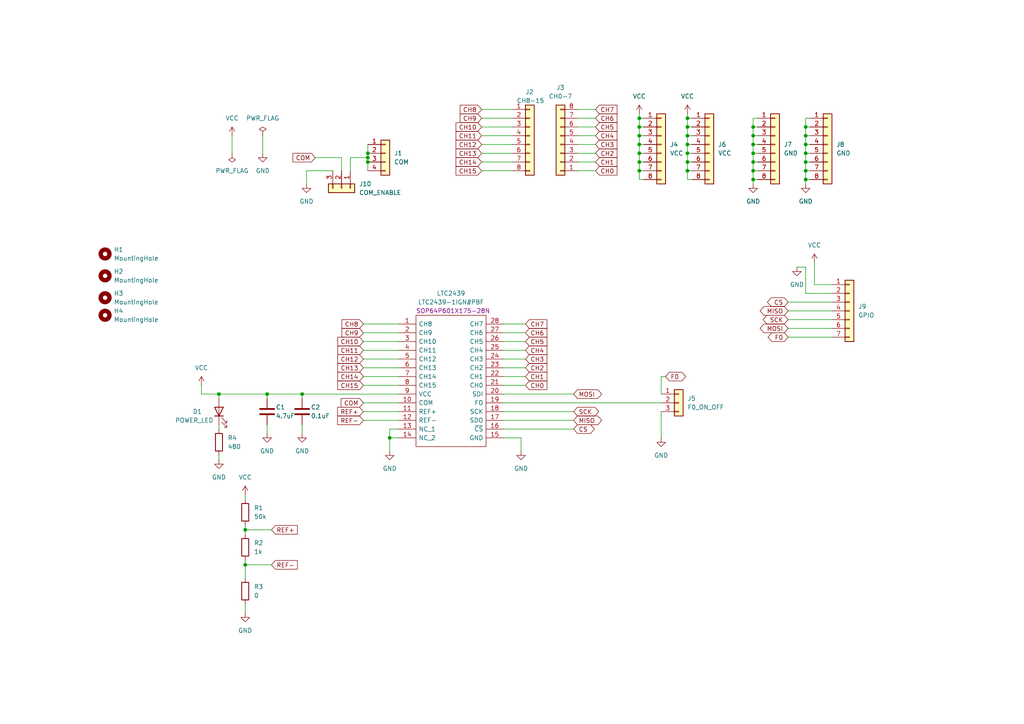
<source format=kicad_sch>
(kicad_sch (version 20230121) (generator eeschema)
  (paper "A4")
  (lib_symbols
    (symbol "Connector_Generic:Conn_01x03" (pin_names (offset 1.016) hide)
      (property "Reference" "J" (at 0 5.08 0))
      (property "Value" "Conn_01x03" (at 0 -5.08 0))
      (symbol "Conn_01x03_1_1"
        (rectangle (start -1.27 -2.413) (end 0 -2.667) (stroke (width 0.1524)))
        (rectangle (start -1.27 0.127) (end 0 -0.127) (stroke (width 0.1524)))
        (rectangle (start -1.27 2.667) (end 0 2.413) (stroke (width 0.1524)))
        (rectangle (start -1.27 3.81) (end 1.27 -3.81) (stroke (width 0.254)) (fill (type background)))
        (pin passive line (at -5.08 2.54 0) (length 3.81) (name "Pin_1") (number "1"))
        (pin passive line (at -5.08 0 0) (length 3.81) (name "Pin_2") (number "2"))
        (pin passive line (at -5.08 -2.54 0) (length 3.81) (name "Pin_3") (number "3"))
      )
    )
    (symbol "Connector_Generic:Conn_01x04" (pin_names (offset 1.016) hide)
      (property "Reference" "J" (at 0 5.08 0))
      (property "Value" "Conn_01x04" (at 0 -7.62 0))
      (symbol "Conn_01x04_1_1"
        (rectangle (start -1.27 -4.953) (end 0 -5.207) (stroke (width 0.1524)))
        (rectangle (start -1.27 -2.413) (end 0 -2.667) (stroke (width 0.1524)))
        (rectangle (start -1.27 0.127) (end 0 -0.127) (stroke (width 0.1524)))
        (rectangle (start -1.27 2.667) (end 0 2.413) (stroke (width 0.1524)))
        (rectangle (start -1.27 3.81) (end 1.27 -6.35) (stroke (width 0.254)) (fill (type background)))
        (pin passive line (at -5.08 2.54 0) (length 3.81) (name "Pin_1") (number "1"))
        (pin passive line (at -5.08 0 0) (length 3.81) (name "Pin_2") (number "2"))
        (pin passive line (at -5.08 -2.54 0) (length 3.81) (name "Pin_3") (number "3"))
        (pin passive line (at -5.08 -5.08 0) (length 3.81) (name "Pin_4") (number "4"))
      )
    )
    (symbol "Connector_Generic:Conn_01x07" (pin_names (offset 1.016) hide)
      (property "Reference" "J" (at 0 10.16 0))
      (property "Value" "Conn_01x07" (at 0 -10.16 0))
      (symbol "Conn_01x07_1_1"
        (rectangle (start -1.27 -7.493) (end 0 -7.747) (stroke (width 0.1524)))
        (rectangle (start -1.27 -4.953) (end 0 -5.207) (stroke (width 0.1524)))
        (rectangle (start -1.27 -2.413) (end 0 -2.667) (stroke (width 0.1524)))
        (rectangle (start -1.27 0.127) (end 0 -0.127) (stroke (width 0.1524)))
        (rectangle (start -1.27 2.667) (end 0 2.413) (stroke (width 0.1524)))
        (rectangle (start -1.27 5.207) (end 0 4.953) (stroke (width 0.1524)))
        (rectangle (start -1.27 7.747) (end 0 7.493) (stroke (width 0.1524)))
        (rectangle (start -1.27 8.89) (end 1.27 -8.89) (stroke (width 0.254)) (fill (type background)))
        (pin passive line (at -5.08 7.62 0) (length 3.81) (name "Pin_1") (number "1"))
        (pin passive line (at -5.08 5.08 0) (length 3.81) (name "Pin_2") (number "2"))
        (pin passive line (at -5.08 2.54 0) (length 3.81) (name "Pin_3") (number "3"))
        (pin passive line (at -5.08 0 0) (length 3.81) (name "Pin_4") (number "4"))
        (pin passive line (at -5.08 -2.54 0) (length 3.81) (name "Pin_5") (number "5"))
        (pin passive line (at -5.08 -5.08 0) (length 3.81) (name "Pin_6") (number "6"))
        (pin passive line (at -5.08 -7.62 0) (length 3.81) (name "Pin_7") (number "7"))
      )
    )
    (symbol "Connector_Generic:Conn_01x08" (pin_names (offset 1.016) hide)
      (property "Reference" "J" (at 0 10.16 0))
      (property "Value" "Conn_01x08" (at 0 -12.7 0))
      (symbol "Conn_01x08_1_1"
        (rectangle (start -1.27 -10.033) (end 0 -10.287) (stroke (width 0.1524)))
        (rectangle (start -1.27 -7.493) (end 0 -7.747) (stroke (width 0.1524)))
        (rectangle (start -1.27 -4.953) (end 0 -5.207) (stroke (width 0.1524)))
        (rectangle (start -1.27 -2.413) (end 0 -2.667) (stroke (width 0.1524)))
        (rectangle (start -1.27 0.127) (end 0 -0.127) (stroke (width 0.1524)))
        (rectangle (start -1.27 2.667) (end 0 2.413) (stroke (width 0.1524)))
        (rectangle (start -1.27 5.207) (end 0 4.953) (stroke (width 0.1524)))
        (rectangle (start -1.27 7.747) (end 0 7.493) (stroke (width 0.1524)))
        (rectangle (start -1.27 8.89) (end 1.27 -11.43) (stroke (width 0.254)) (fill (type background)))
        (pin passive line (at -5.08 7.62 0) (length 3.81) (name "Pin_1") (number "1"))
        (pin passive line (at -5.08 5.08 0) (length 3.81) (name "Pin_2") (number "2"))
        (pin passive line (at -5.08 2.54 0) (length 3.81) (name "Pin_3") (number "3"))
        (pin passive line (at -5.08 0 0) (length 3.81) (name "Pin_4") (number "4"))
        (pin passive line (at -5.08 -2.54 0) (length 3.81) (name "Pin_5") (number "5"))
        (pin passive line (at -5.08 -5.08 0) (length 3.81) (name "Pin_6") (number "6"))
        (pin passive line (at -5.08 -7.62 0) (length 3.81) (name "Pin_7") (number "7"))
        (pin passive line (at -5.08 -10.16 0) (length 3.81) (name "Pin_8") (number "8"))
      )
    )
    (symbol "Device:C" (pin_numbers hide) (pin_names (offset 0.254))
      (property "Reference" "C" (at 0.635 2.54 0))
      (property "Value" "C" (at 0.635 -2.54 0))
      (symbol "C_0_1"
        (polyline (pts (xy -2.032 -0.762) (xy 2.032 -0.762)) (stroke (width 0.508)))
        (polyline (pts (xy -2.032 0.762) (xy 2.032 0.762)) (stroke (width 0.508)))
      )
      (symbol "C_1_1"
        (pin passive line (at 0 3.81 270) (length 2.794) (name "~") (number "1"))
        (pin passive line (at 0 -3.81 90) (length 2.794) (name "~") (number "2"))
      )
    )
    (symbol "Device:LED" (pin_numbers hide) (pin_names (offset 1.016) hide)
      (property "Reference" "D" (at 0 2.54 0))
      (property "Value" "LED" (at 0 -2.54 0))
      (symbol "LED_0_1"
        (polyline (pts (xy -1.27 -1.27) (xy -1.27 1.27)) (stroke (width 0.254)))
        (polyline (pts (xy -1.27 0) (xy 1.27 0)))
        (polyline (pts (xy 1.27 -1.27) (xy 1.27 1.27) (xy -1.27 0) (xy 1.27 -1.27)) (stroke (width 0.254)))
        (polyline (pts (xy -3.048 -0.762) (xy -4.572 -2.286) (xy -3.81 -2.286) (xy -4.572 -2.286) (xy -4.572 -1.524)))
        (polyline (pts (xy -1.778 -0.762) (xy -3.302 -2.286) (xy -2.54 -2.286) (xy -3.302 -2.286) (xy -3.302 -1.524)))
      )
      (symbol "LED_1_1"
        (pin passive line (at -3.81 0 0) (length 2.54) (name "K") (number "1"))
        (pin passive line (at 3.81 0 180) (length 2.54) (name "A") (number "2"))
      )
    )
    (symbol "Device:R" (pin_numbers hide) (pin_names (offset 0))
      (property "Reference" "R" (at 2.032 0 90))
      (property "Value" "R" (at 0 0 90))
      (symbol "R_0_1"
        (rectangle (start -1.016 -2.54) (end 1.016 2.54) (stroke (width 0.254)))
      )
      (symbol "R_1_1"
        (pin passive line (at 0 3.81 270) (length 1.27) (name "~") (number "1"))
        (pin passive line (at 0 -3.81 90) (length 1.27) (name "~") (number "2"))
      )
    )
    (symbol "LTC2439-1IGN#PBF:LTC2439-1IGN#PBF" (pin_names (offset 0.762))
      (property "Reference" "IC" (at 26.67 7.62 0))
      (property "Value" "LTC2439-1IGN#PBF" (at 26.67 5.08 0))
      (symbol "LTC2439-1IGN#PBF_0_0"
        (pin passive line (at 0 0 0) (length 5.08) (name "CH8") (number "1"))
        (pin passive line (at 0 -22.86 0) (length 5.08) (name "COM") (number "10"))
        (pin passive line (at 0 -25.4 0) (length 5.08) (name "REF+") (number "11"))
        (pin passive line (at 0 -27.94 0) (length 5.08) (name "REF-") (number "12"))
        (pin passive line (at 0 -30.48 0) (length 5.08) (name "NC_1") (number "13"))
        (pin passive line (at 0 -33.02 0) (length 5.08) (name "NC_2") (number "14"))
        (pin passive line (at 30.48 -33.02 180) (length 5.08) (name "GND") (number "15"))
        (pin passive line (at 30.48 -30.48 180) (length 5.08) (name "~{CS}") (number "16"))
        (pin passive line (at 30.48 -27.94 180) (length 5.08) (name "SDO") (number "17"))
        (pin passive line (at 30.48 -25.4 180) (length 5.08) (name "SCK") (number "18"))
        (pin passive line (at 30.48 -22.86 180) (length 5.08) (name "FO") (number "19"))
        (pin passive line (at 0 -2.54 0) (length 5.08) (name "CH9") (number "2"))
        (pin passive line (at 30.48 -20.32 180) (length 5.08) (name "SDI") (number "20"))
        (pin passive line (at 30.48 -17.78 180) (length 5.08) (name "CH0") (number "21"))
        (pin passive line (at 30.48 -15.24 180) (length 5.08) (name "CH1") (number "22"))
        (pin passive line (at 30.48 -12.7 180) (length 5.08) (name "CH2") (number "23"))
        (pin passive line (at 30.48 -10.16 180) (length 5.08) (name "CH3") (number "24"))
        (pin passive line (at 30.48 -7.62 180) (length 5.08) (name "CH4") (number "25"))
        (pin passive line (at 30.48 -5.08 180) (length 5.08) (name "CH5") (number "26"))
        (pin passive line (at 30.48 -2.54 180) (length 5.08) (name "CH6") (number "27"))
        (pin passive line (at 30.48 0 180) (length 5.08) (name "CH7") (number "28"))
        (pin passive line (at 0 -5.08 0) (length 5.08) (name "CH10") (number "3"))
        (pin passive line (at 0 -7.62 0) (length 5.08) (name "CH11") (number "4"))
        (pin passive line (at 0 -10.16 0) (length 5.08) (name "CH12") (number "5"))
        (pin passive line (at 0 -12.7 0) (length 5.08) (name "CH13") (number "6"))
        (pin passive line (at 0 -15.24 0) (length 5.08) (name "CH14") (number "7"))
        (pin passive line (at 0 -17.78 0) (length 5.08) (name "CH15") (number "8"))
        (pin passive line (at 0 -20.32 0) (length 5.08) (name "VCC") (number "9"))
      )
      (symbol "LTC2439-1IGN#PBF_0_1"
        (polyline (pts (xy 5.08 2.54) (xy 25.4 2.54) (xy 25.4 -35.56) (xy 5.08 -35.56) (xy 5.08 2.54)) (stroke (width 0.1524)))
      )
    )
    (symbol "Mechanical:MountingHole" (pin_names (offset 1.016))
      (property "Reference" "H" (at 0 5.08 0))
      (property "Value" "MountingHole" (at 0 3.175 0))
      (symbol "MountingHole_0_1"
        (circle (center 0 0) (radius 1.27) (stroke (width 1.27)))
      )
    )
    (symbol "power:GND" (power) (pin_names (offset 0))
      (property "Value" "GND" (at 0 -3.81 0))
      (symbol "GND_0_1"
        (polyline (pts (xy 0 0) (xy 0 -1.27) (xy 1.27 -1.27) (xy 0 -2.54) (xy -1.27 -1.27) (xy 0 -1.27)))
      )
      (symbol "GND_1_1"
        (pin power_in line (at 0 0 270) (length 0) hide (name "GND") (number "1"))
      )
    )
    (symbol "power:PWR_FLAG" (power) (pin_numbers hide) (pin_names (offset 0) hide)
      (property "Value" "PWR_FLAG" (at 0 3.81 0))
      (symbol "PWR_FLAG_0_0"
        (pin power_out line (at 0 0 90) (length 0) (name "pwr") (number "1"))
      )
      (symbol "PWR_FLAG_0_1"
        (polyline (pts (xy 0 0) (xy 0 1.27) (xy -1.016 1.905) (xy 0 2.54) (xy 1.016 1.905) (xy 0 1.27)))
      )
    )
    (symbol "power:VCC" (power) (pin_names (offset 0))
      (property "Value" "VCC" (at 0 3.81 0))
      (symbol "VCC_0_1"
        (polyline (pts (xy -0.762 1.27) (xy 0 2.54)))
        (polyline (pts (xy 0 0) (xy 0 2.54)))
        (polyline (pts (xy 0 2.54) (xy 0.762 1.27)))
      )
      (symbol "VCC_1_1"
        (pin power_in line (at 0 0 90) (length 0) hide (name "VCC") (number "1"))
      )
    )
  )
  (junction (at 63.5 114.3))
  (junction (at 106.68 46.99))
  (junction (at 199.39 39.37))
  (junction (at 185.42 49.53))
  (junction (at 199.39 46.99))
  (junction (at 199.39 41.91))
  (junction (at 233.68 41.91))
  (junction (at 233.68 49.53))
  (junction (at 71.12 163.83))
  (junction (at 113.03 127))
  (junction (at 233.68 46.99))
  (junction (at 185.42 44.45))
  (junction (at 218.44 46.99))
  (junction (at 185.42 36.83))
  (junction (at 87.63 114.3))
  (junction (at 185.42 34.29))
  (junction (at 233.68 44.45))
  (junction (at 185.42 41.91))
  (junction (at 199.39 49.53))
  (junction (at 218.44 52.07))
  (junction (at 77.47 114.3))
  (junction (at 233.68 36.83))
  (junction (at 218.44 49.53))
  (junction (at 106.68 44.45))
  (junction (at 233.68 52.07))
  (junction (at 199.39 34.29))
  (junction (at 218.44 36.83))
  (junction (at 185.42 39.37))
  (junction (at 106.68 45.72))
  (junction (at 218.44 41.91))
  (junction (at 218.44 39.37))
  (junction (at 199.39 36.83))
  (junction (at 218.44 44.45))
  (junction (at 233.68 39.37))
  (junction (at 185.42 46.99))
  (junction (at 71.12 153.67))
  (junction (at 199.39 44.45))
  (wire (pts (xy 63.5 114.3) (xy 77.47 114.3)))
  (wire (pts (xy 146.05 114.3) (xy 166.37 114.3)))
  (wire (pts (xy 233.68 44.45) (xy 234.95 44.45)))
  (wire (pts (xy 146.05 93.98) (xy 152.4 93.98)))
  (wire (pts (xy 146.05 111.76) (xy 152.4 111.76)))
  (wire (pts (xy 233.68 39.37) (xy 233.68 36.83)))
  (wire (pts (xy 218.44 41.91) (xy 218.44 39.37)))
  (wire (pts (xy 228.6 87.63) (xy 241.3 87.63)))
  (wire (pts (xy 146.05 99.06) (xy 152.4 99.06)))
  (wire (pts (xy 146.05 121.92) (xy 166.37 121.92)))
  (wire (pts (xy 105.41 104.14) (xy 115.57 104.14)))
  (wire (pts (xy 233.68 77.47) (xy 233.68 85.09)))
  (wire (pts (xy 191.77 109.22) (xy 191.77 114.3)))
  (wire (pts (xy 233.68 41.91) (xy 234.95 41.91)))
  (wire (pts (xy 233.68 49.53) (xy 233.68 46.99)))
  (wire (pts (xy 167.64 31.75) (xy 172.72 31.75)))
  (wire (pts (xy 146.05 124.46) (xy 166.37 124.46)))
  (wire (pts (xy 71.12 152.4) (xy 71.12 153.67)))
  (wire (pts (xy 146.05 119.38) (xy 166.37 119.38)))
  (wire (pts (xy 199.39 49.53) (xy 200.66 49.53)))
  (wire (pts (xy 87.63 114.3) (xy 87.63 115.57)))
  (wire (pts (xy 233.68 46.99) (xy 234.95 46.99)))
  (wire (pts (xy 199.39 39.37) (xy 200.66 39.37)))
  (wire (pts (xy 218.44 52.07) (xy 218.44 49.53)))
  (wire (pts (xy 233.68 41.91) (xy 233.68 39.37)))
  (wire (pts (xy 71.12 143.51) (xy 71.12 144.78)))
  (wire (pts (xy 139.7 39.37) (xy 148.59 39.37)))
  (wire (pts (xy 200.66 52.07) (xy 199.39 52.07)))
  (wire (pts (xy 105.41 99.06) (xy 115.57 99.06)))
  (wire (pts (xy 185.42 36.83) (xy 186.69 36.83)))
  (wire (pts (xy 113.03 124.46) (xy 113.03 127)))
  (wire (pts (xy 146.05 106.68) (xy 152.4 106.68)))
  (wire (pts (xy 105.41 119.38) (xy 115.57 119.38)))
  (wire (pts (xy 77.47 114.3) (xy 77.47 115.57)))
  (wire (pts (xy 87.63 114.3) (xy 115.57 114.3)))
  (wire (pts (xy 101.6 49.53) (xy 101.6 45.72)))
  (wire (pts (xy 199.39 46.99) (xy 199.39 49.53)))
  (wire (pts (xy 233.68 77.47) (xy 231.14 77.47)))
  (wire (pts (xy 185.42 34.29) (xy 185.42 36.83)))
  (wire (pts (xy 218.44 44.45) (xy 218.44 41.91)))
  (wire (pts (xy 113.03 127) (xy 115.57 127)))
  (wire (pts (xy 139.7 44.45) (xy 148.59 44.45)))
  (wire (pts (xy 139.7 49.53) (xy 148.59 49.53)))
  (wire (pts (xy 233.68 52.07) (xy 234.95 52.07)))
  (wire (pts (xy 106.68 45.72) (xy 106.68 46.99)))
  (wire (pts (xy 105.41 106.68) (xy 115.57 106.68)))
  (wire (pts (xy 185.42 46.99) (xy 186.69 46.99)))
  (wire (pts (xy 71.12 162.56) (xy 71.12 163.83)))
  (wire (pts (xy 233.68 34.29) (xy 234.95 34.29)))
  (wire (pts (xy 105.41 109.22) (xy 115.57 109.22)))
  (wire (pts (xy 199.39 33.02) (xy 199.39 34.29)))
  (wire (pts (xy 167.64 34.29) (xy 172.72 34.29)))
  (wire (pts (xy 167.64 46.99) (xy 172.72 46.99)))
  (wire (pts (xy 71.12 175.26) (xy 71.12 177.8)))
  (wire (pts (xy 233.68 39.37) (xy 234.95 39.37)))
  (wire (pts (xy 218.44 49.53) (xy 219.71 49.53)))
  (wire (pts (xy 218.44 41.91) (xy 219.71 41.91)))
  (wire (pts (xy 58.42 114.3) (xy 58.42 111.76)))
  (wire (pts (xy 91.44 45.72) (xy 99.06 45.72)))
  (wire (pts (xy 77.47 125.73) (xy 77.47 123.19)))
  (wire (pts (xy 185.42 46.99) (xy 185.42 49.53)))
  (wire (pts (xy 146.05 96.52) (xy 152.4 96.52)))
  (wire (pts (xy 233.68 36.83) (xy 233.68 34.29)))
  (wire (pts (xy 106.68 44.45) (xy 106.68 45.72)))
  (wire (pts (xy 228.6 95.25) (xy 241.3 95.25)))
  (wire (pts (xy 105.41 96.52) (xy 115.57 96.52)))
  (wire (pts (xy 228.6 90.17) (xy 241.3 90.17)))
  (wire (pts (xy 233.68 36.83) (xy 234.95 36.83)))
  (wire (pts (xy 199.39 36.83) (xy 199.39 39.37)))
  (wire (pts (xy 218.44 53.34) (xy 218.44 52.07)))
  (wire (pts (xy 146.05 116.84) (xy 191.77 116.84)))
  (wire (pts (xy 71.12 153.67) (xy 71.12 154.94)))
  (wire (pts (xy 63.5 114.3) (xy 63.5 115.57)))
  (wire (pts (xy 185.42 49.53) (xy 185.42 52.07)))
  (wire (pts (xy 185.42 49.53) (xy 186.69 49.53)))
  (wire (pts (xy 233.68 52.07) (xy 233.68 49.53)))
  (wire (pts (xy 63.5 132.08) (xy 63.5 133.35)))
  (wire (pts (xy 151.13 127) (xy 146.05 127)))
  (wire (pts (xy 199.39 34.29) (xy 200.66 34.29)))
  (wire (pts (xy 139.7 41.91) (xy 148.59 41.91)))
  (wire (pts (xy 228.6 97.79) (xy 241.3 97.79)))
  (wire (pts (xy 167.64 36.83) (xy 172.72 36.83)))
  (wire (pts (xy 106.68 41.91) (xy 106.68 44.45)))
  (wire (pts (xy 233.68 49.53) (xy 234.95 49.53)))
  (wire (pts (xy 185.42 44.45) (xy 185.42 46.99)))
  (wire (pts (xy 139.7 36.83) (xy 148.59 36.83)))
  (wire (pts (xy 105.41 116.84) (xy 115.57 116.84)))
  (wire (pts (xy 218.44 39.37) (xy 218.44 36.83)))
  (wire (pts (xy 191.77 119.38) (xy 191.77 127)))
  (wire (pts (xy 167.64 41.91) (xy 172.72 41.91)))
  (wire (pts (xy 87.63 123.19) (xy 87.63 125.73)))
  (wire (pts (xy 186.69 52.07) (xy 185.42 52.07)))
  (wire (pts (xy 185.42 34.29) (xy 186.69 34.29)))
  (wire (pts (xy 199.39 34.29) (xy 199.39 36.83)))
  (wire (pts (xy 185.42 36.83) (xy 185.42 39.37)))
  (wire (pts (xy 185.42 33.02) (xy 185.42 34.29)))
  (wire (pts (xy 218.44 49.53) (xy 218.44 46.99)))
  (wire (pts (xy 199.39 39.37) (xy 199.39 41.91)))
  (wire (pts (xy 105.41 93.98) (xy 115.57 93.98)))
  (wire (pts (xy 218.44 46.99) (xy 219.71 46.99)))
  (wire (pts (xy 193.04 109.22) (xy 191.77 109.22)))
  (wire (pts (xy 71.12 153.67) (xy 78.74 153.67)))
  (wire (pts (xy 77.47 114.3) (xy 87.63 114.3)))
  (wire (pts (xy 228.6 92.71) (xy 241.3 92.71)))
  (wire (pts (xy 233.68 46.99) (xy 233.68 44.45)))
  (wire (pts (xy 105.41 101.6) (xy 115.57 101.6)))
  (wire (pts (xy 105.41 121.92) (xy 115.57 121.92)))
  (wire (pts (xy 172.72 44.45) (xy 167.64 44.45)))
  (wire (pts (xy 218.44 39.37) (xy 219.71 39.37)))
  (wire (pts (xy 185.42 39.37) (xy 185.42 41.91)))
  (wire (pts (xy 71.12 163.83) (xy 71.12 167.64)))
  (wire (pts (xy 146.05 109.22) (xy 152.4 109.22)))
  (wire (pts (xy 151.13 130.81) (xy 151.13 127)))
  (wire (pts (xy 218.44 36.83) (xy 219.71 36.83)))
  (wire (pts (xy 233.68 52.07) (xy 233.68 53.34)))
  (wire (pts (xy 236.22 82.55) (xy 241.3 82.55)))
  (wire (pts (xy 199.39 44.45) (xy 199.39 46.99)))
  (wire (pts (xy 172.72 49.53) (xy 167.64 49.53)))
  (wire (pts (xy 199.39 44.45) (xy 200.66 44.45)))
  (wire (pts (xy 185.42 41.91) (xy 186.69 41.91)))
  (wire (pts (xy 139.7 34.29) (xy 148.59 34.29)))
  (wire (pts (xy 199.39 49.53) (xy 199.39 52.07)))
  (wire (pts (xy 185.42 44.45) (xy 186.69 44.45)))
  (wire (pts (xy 218.44 44.45) (xy 219.71 44.45)))
  (wire (pts (xy 139.7 46.99) (xy 148.59 46.99)))
  (wire (pts (xy 218.44 46.99) (xy 218.44 44.45)))
  (wire (pts (xy 101.6 45.72) (xy 106.68 45.72)))
  (wire (pts (xy 71.12 163.83) (xy 78.74 163.83)))
  (wire (pts (xy 146.05 104.14) (xy 152.4 104.14)))
  (wire (pts (xy 218.44 52.07) (xy 219.71 52.07)))
  (wire (pts (xy 113.03 127) (xy 113.03 130.81)))
  (wire (pts (xy 88.9 49.53) (xy 96.52 49.53)))
  (wire (pts (xy 76.2 39.37) (xy 76.2 44.45)))
  (wire (pts (xy 236.22 76.2) (xy 236.22 82.55)))
  (wire (pts (xy 58.42 114.3) (xy 63.5 114.3)))
  (wire (pts (xy 218.44 36.83) (xy 218.44 34.29)))
  (wire (pts (xy 63.5 123.19) (xy 63.5 124.46)))
  (wire (pts (xy 146.05 101.6) (xy 152.4 101.6)))
  (wire (pts (xy 233.68 85.09) (xy 241.3 85.09)))
  (wire (pts (xy 218.44 34.29) (xy 219.71 34.29)))
  (wire (pts (xy 106.68 46.99) (xy 106.68 49.53)))
  (wire (pts (xy 88.9 53.34) (xy 88.9 49.53)))
  (wire (pts (xy 139.7 31.75) (xy 148.59 31.75)))
  (wire (pts (xy 233.68 44.45) (xy 233.68 41.91)))
  (wire (pts (xy 115.57 124.46) (xy 113.03 124.46)))
  (wire (pts (xy 99.06 45.72) (xy 99.06 49.53)))
  (wire (pts (xy 199.39 41.91) (xy 200.66 41.91)))
  (wire (pts (xy 67.31 39.37) (xy 67.31 44.45)))
  (wire (pts (xy 167.64 39.37) (xy 172.72 39.37)))
  (wire (pts (xy 185.42 39.37) (xy 186.69 39.37)))
  (wire (pts (xy 199.39 36.83) (xy 200.66 36.83)))
  (wire (pts (xy 185.42 41.91) (xy 185.42 44.45)))
  (wire (pts (xy 199.39 46.99) (xy 200.66 46.99)))
  (wire (pts (xy 199.39 41.91) (xy 199.39 44.45)))
  (wire (pts (xy 105.41 111.76) (xy 115.57 111.76)))
  (global_label "CH10" (shape input) (at 105.41 99.06 180) (property "Intersheetrefs" "${INTERSHEET_REFS}" (effects hide)))
  (global_label "CH9" (shape input) (at 105.41 96.52 180) (property "Intersheetrefs" "${INTERSHEET_REFS}" (effects hide)))
  (global_label "MOSI" (shape bidirectional) (at 166.37 114.3 0) (property "Intersheetrefs" "${INTERSHEET_REFS}" (effects hide)))
  (global_label "CH1" (shape input) (at 172.72 46.99 0) (property "Intersheetrefs" "${INTERSHEET_REFS}" (effects hide)))
  (global_label "CH10" (shape input) (at 139.7 36.83 180) (property "Intersheetrefs" "${INTERSHEET_REFS}" (effects hide)))
  (global_label "MISO" (shape bidirectional) (at 228.6 90.17 180) (property "Intersheetrefs" "${INTERSHEET_REFS}" (effects hide)))
  (global_label "REF-" (shape input) (at 105.41 121.92 180) (property "Intersheetrefs" "${INTERSHEET_REFS}" (effects hide)))
  (global_label "CH8" (shape input) (at 105.41 93.98 180) (property "Intersheetrefs" "${INTERSHEET_REFS}" (effects hide)))
  (global_label "CH12" (shape input) (at 105.41 104.14 180) (property "Intersheetrefs" "${INTERSHEET_REFS}" (effects hide)))
  (global_label "CH2" (shape input) (at 152.4 106.68 0) (property "Intersheetrefs" "${INTERSHEET_REFS}" (effects hide)))
  (global_label "MISO" (shape bidirectional) (at 166.37 121.92 0) (property "Intersheetrefs" "${INTERSHEET_REFS}" (effects hide)))
  (global_label "CS" (shape bidirectional) (at 228.6 87.63 180) (property "Intersheetrefs" "${INTERSHEET_REFS}" (effects hide)))
  (global_label "CH13" (shape input) (at 105.41 106.68 180) (property "Intersheetrefs" "${INTERSHEET_REFS}" (effects hide)))
  (global_label "CH14" (shape input) (at 139.7 46.99 180) (property "Intersheetrefs" "${INTERSHEET_REFS}" (effects hide)))
  (global_label "COM" (shape input) (at 91.44 45.72 180) (property "Intersheetrefs" "${INTERSHEET_REFS}" (effects hide)))
  (global_label "CH2" (shape input) (at 172.72 44.45 0) (property "Intersheetrefs" "${INTERSHEET_REFS}" (effects hide)))
  (global_label "CH5" (shape input) (at 152.4 99.06 0) (property "Intersheetrefs" "${INTERSHEET_REFS}" (effects hide)))
  (global_label "CH9" (shape input) (at 139.7 34.29 180) (property "Intersheetrefs" "${INTERSHEET_REFS}" (effects hide)))
  (global_label "F0" (shape bidirectional) (at 193.04 109.22 0) (property "Intersheetrefs" "${INTERSHEET_REFS}" (effects hide)))
  (global_label "REF+" (shape input) (at 105.41 119.38 180) (property "Intersheetrefs" "${INTERSHEET_REFS}" (effects hide)))
  (global_label "CH15" (shape input) (at 139.7 49.53 180) (property "Intersheetrefs" "${INTERSHEET_REFS}" (effects hide)))
  (global_label "CH3" (shape input) (at 172.72 41.91 0) (property "Intersheetrefs" "${INTERSHEET_REFS}" (effects hide)))
  (global_label "CH6" (shape input) (at 152.4 96.52 0) (property "Intersheetrefs" "${INTERSHEET_REFS}" (effects hide)))
  (global_label "SCK" (shape bidirectional) (at 166.37 119.38 0) (property "Intersheetrefs" "${INTERSHEET_REFS}" (effects hide)))
  (global_label "CH8" (shape input) (at 139.7 31.75 180) (property "Intersheetrefs" "${INTERSHEET_REFS}" (effects hide)))
  (global_label "CH14" (shape input) (at 105.41 109.22 180) (property "Intersheetrefs" "${INTERSHEET_REFS}" (effects hide)))
  (global_label "COM" (shape input) (at 105.41 116.84 180) (property "Intersheetrefs" "${INTERSHEET_REFS}" (effects hide)))
  (global_label "CH0" (shape input) (at 172.72 49.53 0) (property "Intersheetrefs" "${INTERSHEET_REFS}" (effects hide)))
  (global_label "REF+" (shape input) (at 78.74 153.67 0) (property "Intersheetrefs" "${INTERSHEET_REFS}" (effects hide)))
  (global_label "REF-" (shape input) (at 78.74 163.83 0) (property "Intersheetrefs" "${INTERSHEET_REFS}" (effects hide)))
  (global_label "CH7" (shape input) (at 152.4 93.98 0) (property "Intersheetrefs" "${INTERSHEET_REFS}" (effects hide)))
  (global_label "CH5" (shape input) (at 172.72 36.83 0) (property "Intersheetrefs" "${INTERSHEET_REFS}" (effects hide)))
  (global_label "CH7" (shape input) (at 172.72 31.75 0) (property "Intersheetrefs" "${INTERSHEET_REFS}" (effects hide)))
  (global_label "CH4" (shape input) (at 152.4 101.6 0) (property "Intersheetrefs" "${INTERSHEET_REFS}" (effects hide)))
  (global_label "MOSI" (shape bidirectional) (at 228.6 95.25 180) (property "Intersheetrefs" "${INTERSHEET_REFS}" (effects hide)))
  (global_label "CH12" (shape input) (at 139.7 41.91 180) (property "Intersheetrefs" "${INTERSHEET_REFS}" (effects hide)))
  (global_label "CH11" (shape input) (at 139.7 39.37 180) (property "Intersheetrefs" "${INTERSHEET_REFS}" (effects hide)))
  (global_label "CH6" (shape input) (at 172.72 34.29 0) (property "Intersheetrefs" "${INTERSHEET_REFS}" (effects hide)))
  (global_label "CH13" (shape input) (at 139.7 44.45 180) (property "Intersheetrefs" "${INTERSHEET_REFS}" (effects hide)))
  (global_label "CS" (shape bidirectional) (at 166.37 124.46 0) (property "Intersheetrefs" "${INTERSHEET_REFS}" (effects hide)))
  (global_label "CH3" (shape input) (at 152.4 104.14 0) (property "Intersheetrefs" "${INTERSHEET_REFS}" (effects hide)))
  (global_label "F0" (shape bidirectional) (at 228.6 97.79 180) (property "Intersheetrefs" "${INTERSHEET_REFS}" (effects hide)))
  (global_label "SCK" (shape bidirectional) (at 228.6 92.71 180) (property "Intersheetrefs" "${INTERSHEET_REFS}" (effects hide)))
  (global_label "CH15" (shape input) (at 105.41 111.76 180) (property "Intersheetrefs" "${INTERSHEET_REFS}" (effects hide)))
  (global_label "CH11" (shape input) (at 105.41 101.6 180) (property "Intersheetrefs" "${INTERSHEET_REFS}" (effects hide)))
  (global_label "CH0" (shape input) (at 152.4 111.76 0) (property "Intersheetrefs" "${INTERSHEET_REFS}" (effects hide)))
  (global_label "CH1" (shape input) (at 152.4 109.22 0) (property "Intersheetrefs" "${INTERSHEET_REFS}" (effects hide)))
  (global_label "CH4" (shape input) (at 172.72 39.37 0) (property "Intersheetrefs" "${INTERSHEET_REFS}" (effects hide)))
  (symbol (lib_id "Mechanical:MountingHole") (at 30.48 80.01 0) (unit 1)
    (property "Reference" "H2" (at 33.02 78.74 0) (effects (justify left)))
    (property "Value" "MountingHole" (at 33.02 81.28 0) (effects (justify left)))
    (property "Footprint" "MountingHole:MountingHole_2.2mm_M2" (effects hide))
  )
  (symbol (lib_id "Connector_Generic:Conn_01x08") (at 191.77 41.91 0) (unit 1)
    (property "Reference" "J4" (at 194.31 41.91 0) (effects (justify left)))
    (property "Value" "VCC" (at 194.31 44.45 0) (effects (justify left)))
    (property "Footprint" "Connector_PinHeader_2.54mm:PinHeader_1x08_P2.54mm_Vertical" (effects hide))
  )
  (symbol (lib_id "power:GND") (at 218.44 53.34 0) (unit 1)
    (property "Reference" "#PWR011" (effects hide))
    (property "Value" "GND" (at 218.44 58.42 0))
  )
  (symbol (lib_id "Connector_Generic:Conn_01x08") (at 162.56 41.91 180) (unit 1)
    (property "Reference" "J3" (at 162.56 25.4 0))
    (property "Value" "CH0-7" (at 162.56 27.94 0))
    (property "Footprint" "Connector_PinHeader_2.54mm:PinHeader_1x08_P2.54mm_Vertical" (effects hide))
  )
  (symbol (lib_id "Device:C") (at 87.63 119.38 0) (unit 1)
    (property "Reference" "C2" (at 90.17 118.11 0) (effects (justify left)))
    (property "Value" "0.1uF" (at 90.17 120.65 0) (effects (justify left)))
    (property "Footprint" "Capacitor_SMD:C_1206_3216Metric" (effects hide))
  )
  (symbol (lib_id "Connector_Generic:Conn_01x08") (at 224.79 41.91 0) (unit 1)
    (property "Reference" "J7" (at 227.33 41.91 0) (effects (justify left)))
    (property "Value" "GND" (at 227.33 44.45 0) (effects (justify left)))
    (property "Footprint" "Connector_PinHeader_2.54mm:PinHeader_1x08_P2.54mm_Vertical" (effects hide))
  )
  (symbol (lib_id "Device:R") (at 71.12 148.59 0) (unit 1)
    (property "Reference" "R1" (at 73.66 147.32 0) (effects (justify left)))
    (property "Value" "50k" (at 73.66 149.86 0) (effects (justify left)))
    (property "Footprint" "Resistor_SMD:R_1206_3216Metric" (effects hide))
  )
  (symbol (lib_id "power:GND") (at 191.77 127 0) (unit 1)
    (property "Reference" "#PWR09" (effects hide))
    (property "Value" "GND" (at 191.77 132.08 0))
  )
  (symbol (lib_id "power:GND") (at 87.63 125.73 0) (unit 1)
    (property "Reference" "#PWR05" (effects hide))
    (property "Value" "GND" (at 87.63 130.81 0))
  )
  (symbol (lib_id "Mechanical:MountingHole") (at 30.48 73.66 0) (unit 1)
    (property "Reference" "H1" (at 33.02 72.39 0) (effects (justify left)))
    (property "Value" "MountingHole" (at 33.02 74.93 0) (effects (justify left)))
    (property "Footprint" "MountingHole:MountingHole_2.2mm_M2" (effects hide))
  )
  (symbol (lib_id "power:GND") (at 233.68 53.34 0) (unit 1)
    (property "Reference" "#PWR013" (effects hide))
    (property "Value" "GND" (at 233.68 58.42 0))
  )
  (symbol (lib_id "Device:C") (at 77.47 119.38 0) (unit 1)
    (property "Reference" "C1" (at 80.01 118.11 0) (effects (justify left)))
    (property "Value" "4.7uF" (at 80.01 120.65 0) (effects (justify left)))
    (property "Footprint" "Capacitor_SMD:C_1206_3216Metric" (effects hide))
  )
  (symbol (lib_id "power:PWR_FLAG") (at 67.31 44.45 180) (unit 1)
    (property "Reference" "#FLG02" (effects hide))
    (property "Value" "PWR_FLAG" (at 67.31 49.53 0))
  )
  (symbol (lib_id "Device:R") (at 63.5 128.27 0) (unit 1)
    (property "Reference" "R4" (at 66.04 127 0) (effects (justify left)))
    (property "Value" "480" (at 66.04 129.54 0) (effects (justify left)))
    (property "Footprint" "Resistor_SMD:R_1206_3216Metric" (effects hide))
  )
  (symbol (lib_id "power:PWR_FLAG") (at 76.2 39.37 0) (unit 1)
    (property "Reference" "#FLG01" (effects hide))
    (property "Value" "PWR_FLAG" (at 76.2 34.29 0))
  )
  (symbol (lib_id "power:GND") (at 231.14 77.47 0) (unit 1)
    (property "Reference" "#PWR012" (effects hide))
    (property "Value" "GND" (at 231.14 82.55 0))
  )
  (symbol (lib_id "power:GND") (at 77.47 125.73 0) (unit 1)
    (property "Reference" "#PWR04" (effects hide))
    (property "Value" "GND" (at 77.47 130.81 0))
  )
  (symbol (lib_id "Connector_Generic:Conn_01x03") (at 196.85 116.84 0) (unit 1)
    (property "Reference" "J5" (at 199.39 115.57 0) (effects (justify left)))
    (property "Value" "F0_ON_OFF" (at 199.39 118.11 0) (effects (justify left)))
    (property "Footprint" "Connector_PinHeader_2.54mm:PinHeader_1x03_P2.54mm_Vertical" (effects hide))
  )
  (symbol (lib_id "Connector_Generic:Conn_01x04") (at 111.76 44.45 0) (unit 1)
    (property "Reference" "J1" (at 114.3 44.45 0) (effects (justify left)))
    (property "Value" "COM" (at 114.3 46.99 0) (effects (justify left)))
    (property "Footprint" "Connector_PinHeader_2.54mm:PinHeader_1x04_P2.54mm_Vertical" (effects hide))
  )
  (symbol (lib_id "Device:R") (at 71.12 171.45 0) (unit 1)
    (property "Reference" "R3" (at 73.66 170.18 0) (effects (justify left)))
    (property "Value" "0" (at 73.66 172.72 0) (effects (justify left)))
    (property "Footprint" "Resistor_SMD:R_1206_3216Metric" (effects hide))
  )
  (symbol (lib_id "Connector_Generic:Conn_01x03") (at 99.06 54.61 270) (unit 1)
    (property "Reference" "J10" (at 104.14 53.34 90) (effects (justify left)))
    (property "Value" "COM_ENABLE" (at 104.14 55.88 90) (effects (justify left)))
    (property "Footprint" "Connector_PinHeader_2.54mm:PinHeader_1x03_P2.54mm_Vertical" (effects hide))
  )
  (symbol (lib_id "power:VCC") (at 71.12 143.51 0) (unit 1)
    (property "Reference" "#PWR02" (effects hide))
    (property "Value" "VCC" (at 71.12 138.43 0))
  )
  (symbol (lib_id "power:GND") (at 151.13 130.81 0) (unit 1)
    (property "Reference" "#PWR07" (effects hide))
    (property "Value" "GND" (at 151.13 135.89 0))
  )
  (symbol (lib_id "power:GND") (at 63.5 133.35 0) (unit 1)
    (property "Reference" "#PWR018" (effects hide))
    (property "Value" "GND" (at 63.5 138.43 0))
  )
  (symbol (lib_id "Connector_Generic:Conn_01x08") (at 153.67 39.37 0) (unit 1)
    (property "Reference" "J2" (at 152.4 26.67 0) (effects (justify left)))
    (property "Value" "CH8-15" (at 149.86 29.21 0) (effects (justify left)))
    (property "Footprint" "Connector_PinHeader_2.54mm:PinHeader_1x08_P2.54mm_Vertical" (effects hide))
  )
  (symbol (lib_id "Mechanical:MountingHole") (at 30.48 91.44 0) (unit 1)
    (property "Reference" "H4" (at 33.02 90.17 0) (effects (justify left)))
    (property "Value" "MountingHole" (at 33.02 92.71 0) (effects (justify left)))
    (property "Footprint" "MountingHole:MountingHole_2.2mm_M2" (effects hide))
  )
  (symbol (lib_id "Mechanical:MountingHole") (at 30.48 86.36 0) (unit 1)
    (property "Reference" "H3" (at 33.02 85.09 0) (effects (justify left)))
    (property "Value" "MountingHole" (at 33.02 87.63 0) (effects (justify left)))
    (property "Footprint" "MountingHole:MountingHole_2.2mm_M2" (effects hide))
  )
  (symbol (lib_id "power:VCC") (at 236.22 76.2 0) (unit 1)
    (property "Reference" "#PWR014" (effects hide))
    (property "Value" "VCC" (at 236.22 71.12 0))
  )
  (symbol (lib_id "power:GND") (at 76.2 44.45 0) (unit 1)
    (property "Reference" "#PWR016" (effects hide))
    (property "Value" "GND" (at 76.2 49.53 0))
  )
  (symbol (lib_id "power:VCC") (at 58.42 111.76 0) (unit 1)
    (property "Reference" "#PWR01" (effects hide))
    (property "Value" "VCC" (at 58.42 106.68 0))
  )
  (symbol (lib_id "LTC2439-1IGN#PBF:LTC2439-1IGN#PBF") (at 115.57 93.98 0) (unit 1)
    (property "Reference" "LTC2439" (at 130.81 85.09 0))
    (property "Value" "LTC2439-1IGN#PBF" (at 130.81 87.63 0))
    (property "Footprint" "SOP64P601X175-28N" (at 120.65 90.17 0) (effects (justify left)))
    (property "Datasheet" "https://datasheet.datasheetarchive.com/originals/distributors/SFDatasheet-4/sf-00091692.pdf" (effects hide))
    (property "Description" "LINEAR TECHNOLOGY - LTC2439-1IGN#PBF - Analogue to Digital Converter, Octal, 16 bit, 6.9 SPS, Differential, Single Ended, SPI, Single" (effects hide))
    (property "Height" "1.75" (effects hide))
    (property "Manufacturer_Name" "Analog Devices" (effects hide))
    (property "Manufacturer_Part_Number" "LTC2439-1IGN#PBF" (effects hide))
    (property "Mouser Part Number" "584-LTC2439-1IGN#PBF" (effects hide))
    (property "Mouser Price/Stock" "https://www.mouser.co.uk/ProductDetail/Analog-Devices/LTC2439-1IGNPBF?qs=hVkxg5c3xu%2F3ZSVw0cv92Q%3D%3D" (effects hide))
    (property "Arrow Part Number" "LTC2439-1IGN#PBF" (effects hide))
    (property "Arrow Price/Stock" "https://www.arrow.com/en/products/ltc2439-1ignpbf/analog-devices?region=nac" (effects hide))
  )
  (symbol (lib_id "power:GND") (at 71.12 177.8 0) (unit 1)
    (property "Reference" "#PWR03" (effects hide))
    (property "Value" "GND" (at 71.12 182.88 0))
  )
  (symbol (lib_id "power:VCC") (at 185.42 33.02 0) (unit 1)
    (property "Reference" "#PWR08" (effects hide))
    (property "Value" "VCC" (at 185.42 27.94 0))
  )
  (symbol (lib_id "Device:R") (at 71.12 158.75 0) (unit 1)
    (property "Reference" "R2" (at 73.66 157.48 0) (effects (justify left)))
    (property "Value" "1k" (at 73.66 160.02 0) (effects (justify left)))
    (property "Footprint" "Resistor_SMD:R_1206_3216Metric" (effects hide))
  )
  (symbol (lib_id "Connector_Generic:Conn_01x07") (at 246.38 90.17 0) (unit 1)
    (property "Reference" "J9" (at 248.92 88.9 0) (effects (justify left)))
    (property "Value" "GPIO" (at 248.92 91.44 0) (effects (justify left)))
    (property "Footprint" "Connector_PinHeader_2.54mm:PinHeader_1x07_P2.54mm_Vertical" (effects hide))
  )
  (symbol (lib_id "power:VCC") (at 199.39 33.02 0) (unit 1)
    (property "Reference" "#PWR010" (effects hide))
    (property "Value" "VCC" (at 199.39 27.94 0))
  )
  (symbol (lib_id "Connector_Generic:Conn_01x08") (at 240.03 41.91 0) (unit 1)
    (property "Reference" "J8" (at 242.57 41.91 0) (effects (justify left)))
    (property "Value" "GND" (at 242.57 44.45 0) (effects (justify left)))
    (property "Footprint" "Connector_PinHeader_2.54mm:PinHeader_1x08_P2.54mm_Vertical" (effects hide))
  )
  (symbol (lib_id "Device:LED") (at 63.5 119.38 90) (unit 1)
    (property "Reference" "D1" (at 55.88 119.38 90) (effects (justify right)))
    (property "Value" "POWER_LED" (at 50.8 121.92 90) (effects (justify right)))
    (property "Footprint" "LED_SMD:LED_0805_2012Metric" (effects hide))
  )
  (symbol (lib_id "power:VCC") (at 67.31 39.37 0) (unit 1)
    (property "Reference" "#PWR015" (effects hide))
    (property "Value" "VCC" (at 67.31 34.29 0))
  )
  (symbol (lib_id "Connector_Generic:Conn_01x08") (at 205.74 41.91 0) (unit 1)
    (property "Reference" "J6" (at 208.28 41.91 0) (effects (justify left)))
    (property "Value" "VCC" (at 208.28 44.45 0) (effects (justify left)))
    (property "Footprint" "Connector_PinHeader_2.54mm:PinHeader_1x08_P2.54mm_Vertical" (effects hide))
  )
  (symbol (lib_id "power:GND") (at 88.9 53.34 0) (unit 1)
    (property "Reference" "#PWR017" (effects hide))
    (property "Value" "GND" (at 88.9 58.42 0))
  )
  (symbol (lib_id "power:GND") (at 113.03 130.81 0) (unit 1)
    (property "Reference" "#PWR06" (effects hide))
    (property "Value" "GND" (at 113.03 135.89 0))
  )
)
</source>
